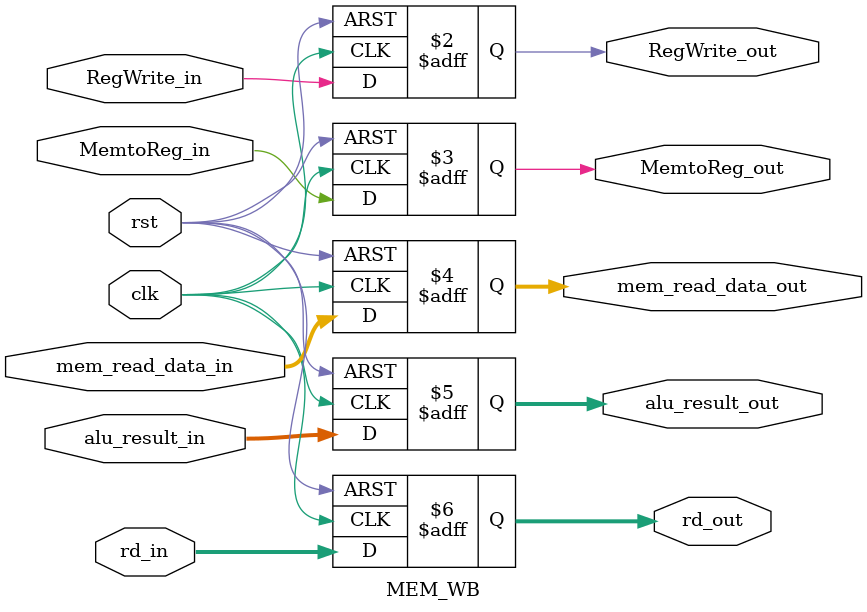
<source format=sv>
module MEM_WB (
    input         clk,
    input         rst,
    
    // Control signals
    input         RegWrite_in,
    input         MemtoReg_in,
    
    // Data signals
    input  [31:0] mem_read_data_in,
    input  [31:0] alu_result_in,
    input  [4:0]  rd_in,
    
    // Outputs
    output reg        RegWrite_out,
    output reg        MemtoReg_out,
    output reg [31:0] mem_read_data_out,
    output reg [31:0] alu_result_out,
    output reg [4:0]  rd_out
);

    always @(posedge clk or posedge rst) begin
        if (rst) begin
            RegWrite_out     <= 0;
            MemtoReg_out     <= 0;
            mem_read_data_out<= 0;
            alu_result_out   <= 0;
            rd_out           <= 0;
        end 
        else begin
            RegWrite_out     <= RegWrite_in;
            MemtoReg_out     <= MemtoReg_in;
            mem_read_data_out<= mem_read_data_in;
            alu_result_out   <= alu_result_in;
            rd_out           <= rd_in;
        end
    end

endmodule

</source>
